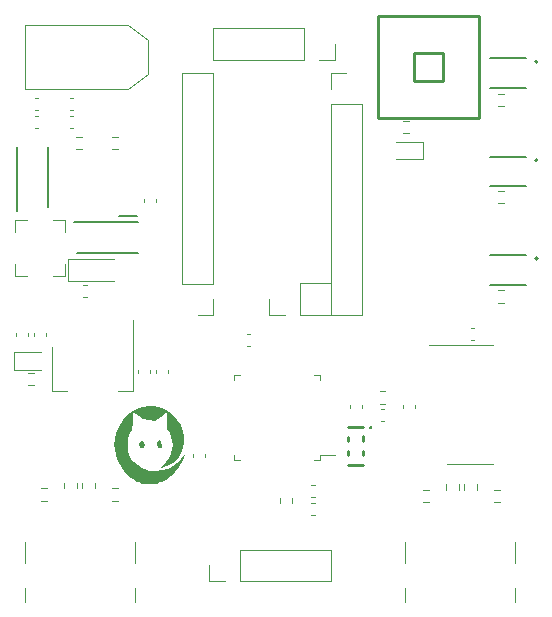
<source format=gbr>
%TF.GenerationSoftware,KiCad,Pcbnew,7.0.5*%
%TF.CreationDate,2023-08-28T18:13:49+08:00*%
%TF.ProjectId,TMC2209_TestBoard,544d4332-3230-4395-9f54-657374426f61,rev?*%
%TF.SameCoordinates,Original*%
%TF.FileFunction,Legend,Top*%
%TF.FilePolarity,Positive*%
%FSLAX46Y46*%
G04 Gerber Fmt 4.6, Leading zero omitted, Abs format (unit mm)*
G04 Created by KiCad (PCBNEW 7.0.5) date 2023-08-28 18:13:49*
%MOMM*%
%LPD*%
G01*
G04 APERTURE LIST*
%ADD10C,0.254000*%
%ADD11C,0.200000*%
%ADD12C,0.120000*%
G04 APERTURE END LIST*
D10*
%TO.C,SW1*%
X109796500Y-39449000D02*
X118396500Y-39449000D01*
X109796500Y-48049000D02*
X109796500Y-39449000D01*
X112896500Y-42549000D02*
X115296500Y-42549000D01*
X112896500Y-44949000D02*
X112896500Y-42549000D01*
X115296500Y-42549000D02*
X115296500Y-44949000D01*
X115296500Y-44949000D02*
X112896500Y-44949000D01*
X118396500Y-39449000D02*
X118396500Y-48049000D01*
X118396500Y-48049000D02*
X109796500Y-48049000D01*
D11*
%TO.C,S3*%
X119340000Y-59670000D02*
X122340000Y-59670000D01*
X119340000Y-62170000D02*
X122340000Y-62170000D01*
X123335000Y-59949000D02*
G75*
G03*
X123335000Y-59949000I-100000J0D01*
G01*
%TO.C,S2*%
X119340000Y-51350000D02*
X122340000Y-51350000D01*
X119340000Y-53850000D02*
X122340000Y-53850000D01*
X123335000Y-51629000D02*
G75*
G03*
X123335000Y-51629000I-100000J0D01*
G01*
%TO.C,S1*%
X119340000Y-43010000D02*
X122340000Y-43010000D01*
X119340000Y-45510000D02*
X122340000Y-45510000D01*
X123335000Y-43289000D02*
G75*
G03*
X123335000Y-43289000I-100000J0D01*
G01*
D10*
%TO.C,R2*%
X107294430Y-74212570D02*
X108594430Y-74212570D01*
X108594430Y-77412570D02*
X107294430Y-77412570D01*
X108594430Y-75005570D02*
X108594430Y-75384570D01*
X108594430Y-76229570D02*
X108594430Y-76608570D01*
X107294430Y-75029570D02*
X107294430Y-75408570D01*
X107294430Y-76229570D02*
X107294430Y-76608570D01*
X109218570Y-74253570D02*
G75*
G03*
X109218570Y-74253570I-46140J0D01*
G01*
D11*
%TO.C,IC1*%
X89457000Y-56315000D02*
X87932000Y-56315000D01*
%TO.C,D3*%
X79270000Y-50530000D02*
X79270000Y-55905000D01*
X81870000Y-55630000D02*
X81870000Y-50530000D01*
%TO.C,D2*%
X89480000Y-56880000D02*
X84105000Y-56880000D01*
X84380000Y-59480000D02*
X89480000Y-59480000D01*
D12*
%TO.C,J6*%
X79930000Y-85750000D02*
X79930000Y-83950000D01*
X79930000Y-87850000D02*
X79930000Y-89000000D01*
X89270000Y-85750000D02*
X89270000Y-83950000D01*
X89270000Y-87850000D02*
X89270000Y-89000000D01*
%TO.C,U1*%
X104880000Y-77050000D02*
X104880000Y-76600000D01*
X104880000Y-76600000D02*
X106170000Y-76600000D01*
X104880000Y-69830000D02*
X104880000Y-70280000D01*
X104430000Y-77050000D02*
X104880000Y-77050000D01*
X104430000Y-69830000D02*
X104880000Y-69830000D01*
X98110000Y-77050000D02*
X97660000Y-77050000D01*
X98110000Y-69830000D02*
X97660000Y-69830000D01*
X97660000Y-77050000D02*
X97660000Y-76600000D01*
X97660000Y-69830000D02*
X97660000Y-70280000D01*
%TO.C,L1*%
X83322000Y-56690000D02*
X82297000Y-56690000D01*
X83322000Y-56690000D02*
X83322000Y-57715000D01*
X79102000Y-56690000D02*
X80127000Y-56690000D01*
X79102000Y-56690000D02*
X79102000Y-57715000D01*
X83322000Y-61460000D02*
X83322000Y-60435000D01*
X83322000Y-61460000D02*
X82297000Y-61460000D01*
X79102000Y-61460000D02*
X79102000Y-60435000D01*
X79102000Y-61460000D02*
X80127000Y-61460000D01*
%TO.C,R6*%
X120482258Y-55272500D02*
X120007742Y-55272500D01*
X120482258Y-54227500D02*
X120007742Y-54227500D01*
%TO.C,C11*%
X81055580Y-47410000D02*
X80774420Y-47410000D01*
X81055580Y-46390000D02*
X80774420Y-46390000D01*
%TO.C,C12*%
X83565000Y-59955000D02*
X83565000Y-61825000D01*
X83565000Y-61825000D02*
X87475000Y-61825000D01*
X87475000Y-59955000D02*
X83565000Y-59955000D01*
%TO.C,C9*%
X89980000Y-55155580D02*
X89980000Y-54874420D01*
X91000000Y-55155580D02*
X91000000Y-54874420D01*
%TO.C,J4*%
X95555000Y-87270000D02*
X95555000Y-85940000D01*
X96885000Y-87270000D02*
X95555000Y-87270000D01*
X98155000Y-87270000D02*
X105835000Y-87270000D01*
X98155000Y-87270000D02*
X98155000Y-84610000D01*
X105835000Y-87270000D02*
X105835000Y-84610000D01*
X98155000Y-84610000D02*
X105835000Y-84610000D01*
%TO.C,D4*%
X78997500Y-67905000D02*
X78997500Y-69375000D01*
X78997500Y-69375000D02*
X81282500Y-69375000D01*
X81282500Y-67905000D02*
X78997500Y-67905000D01*
%TO.C,R11*%
X120152258Y-80587500D02*
X119677742Y-80587500D01*
X120152258Y-79542500D02*
X119677742Y-79542500D01*
%TO.C,C13*%
X83764420Y-46390000D02*
X84045580Y-46390000D01*
X83764420Y-47410000D02*
X84045580Y-47410000D01*
%TO.C,R9*%
X84292742Y-49627500D02*
X84767258Y-49627500D01*
X84292742Y-50672500D02*
X84767258Y-50672500D01*
%TO.C,R12*%
X116672500Y-79077742D02*
X116672500Y-79552258D01*
X115627500Y-79077742D02*
X115627500Y-79552258D01*
%TO.C,J8*%
X103580000Y-40460000D02*
X95900000Y-40460000D01*
X103580000Y-40460000D02*
X103580000Y-43120000D01*
X95900000Y-40460000D02*
X95900000Y-43120000D01*
X106180000Y-41790000D02*
X106180000Y-43120000D01*
X106180000Y-43120000D02*
X104850000Y-43120000D01*
X103580000Y-43120000D02*
X95900000Y-43120000D01*
%TO.C,C16*%
X80230000Y-66229420D02*
X80230000Y-66510580D01*
X79210000Y-66229420D02*
X79210000Y-66510580D01*
%TO.C,R3*%
X101517500Y-80662258D02*
X101517500Y-80187742D01*
X102562500Y-80662258D02*
X102562500Y-80187742D01*
%TO.C,C17*%
X81740000Y-66229420D02*
X81740000Y-66510580D01*
X80720000Y-66229420D02*
X80720000Y-66510580D01*
%TO.C,R1*%
X110442258Y-72242500D02*
X109967742Y-72242500D01*
X110442258Y-71197500D02*
X109967742Y-71197500D01*
%TO.C,R15*%
X81312742Y-79397500D02*
X81787258Y-79397500D01*
X81312742Y-80442500D02*
X81787258Y-80442500D01*
%TO.C,D1*%
X113665000Y-51555000D02*
X113665000Y-50085000D01*
X113665000Y-50085000D02*
X111380000Y-50085000D01*
X111380000Y-51555000D02*
X113665000Y-51555000D01*
%TO.C,R14*%
X80707258Y-70672500D02*
X80232742Y-70672500D01*
X80707258Y-69627500D02*
X80232742Y-69627500D01*
%TO.C,C4*%
X110064420Y-72710000D02*
X110345580Y-72710000D01*
X110064420Y-73730000D02*
X110345580Y-73730000D01*
%TO.C,J3*%
X100630000Y-64710000D02*
X100630000Y-63380000D01*
X101960000Y-64710000D02*
X100630000Y-64710000D01*
X103230000Y-64710000D02*
X105830000Y-64710000D01*
X103230000Y-64710000D02*
X103230000Y-62050000D01*
X105830000Y-64710000D02*
X105830000Y-62050000D01*
X103230000Y-62050000D02*
X105830000Y-62050000D01*
%TO.C,J5*%
X112100000Y-85750000D02*
X112100000Y-83950000D01*
X112100000Y-87850000D02*
X112100000Y-89000000D01*
X121440000Y-85750000D02*
X121440000Y-83950000D01*
X121440000Y-87850000D02*
X121440000Y-89000000D01*
%TO.C,C3*%
X108460000Y-72329420D02*
X108460000Y-72610580D01*
X107440000Y-72329420D02*
X107440000Y-72610580D01*
%TO.C,C18*%
X91060000Y-69650580D02*
X91060000Y-69369420D01*
X92080000Y-69650580D02*
X92080000Y-69369420D01*
%TO.C,J1*%
X95885000Y-64710000D02*
X94555000Y-64710000D01*
X95885000Y-63380000D02*
X95885000Y-64710000D01*
X95885000Y-62110000D02*
X95885000Y-44270000D01*
X95885000Y-62110000D02*
X93225000Y-62110000D01*
X95885000Y-44270000D02*
X93225000Y-44270000D01*
X93225000Y-62110000D02*
X93225000Y-44270000D01*
%TO.C,C8*%
X117955580Y-66880000D02*
X117674420Y-66880000D01*
X117955580Y-65860000D02*
X117674420Y-65860000D01*
%TO.C,J2*%
X105815000Y-44270000D02*
X107145000Y-44270000D01*
X105815000Y-45600000D02*
X105815000Y-44270000D01*
X105815000Y-46870000D02*
X105815000Y-64710000D01*
X105815000Y-46870000D02*
X108475000Y-46870000D01*
X105815000Y-64710000D02*
X108475000Y-64710000D01*
X108475000Y-46870000D02*
X108475000Y-64710000D01*
%TO.C,R5*%
X120482258Y-47062500D02*
X120007742Y-47062500D01*
X120482258Y-46017500D02*
X120007742Y-46017500D01*
%TO.C,C1*%
X94150000Y-76790580D02*
X94150000Y-76509420D01*
X95170000Y-76790580D02*
X95170000Y-76509420D01*
%TO.C,R16*%
X87792258Y-80442500D02*
X87317742Y-80442500D01*
X87792258Y-79397500D02*
X87317742Y-79397500D01*
%TO.C,G\u002A\u002A\u002A*%
G36*
X89955308Y-75401557D02*
G01*
X90033672Y-75521737D01*
X90062598Y-75700488D01*
X90036394Y-75878503D01*
X90006967Y-75939733D01*
X89907362Y-76014597D01*
X89787301Y-76010054D01*
X89687742Y-75932874D01*
X89662715Y-75882836D01*
X89634561Y-75686044D01*
X89675186Y-75514056D01*
X89765445Y-75398365D01*
X89886190Y-75370466D01*
X89955308Y-75401557D01*
G37*
G36*
X91421310Y-75395010D02*
G01*
X91495698Y-75514654D01*
X91541417Y-75712596D01*
X91516340Y-75885052D01*
X91430749Y-75997187D01*
X91346143Y-76021230D01*
X91235867Y-75993920D01*
X91169116Y-75939733D01*
X91118556Y-75779930D01*
X91131674Y-75598092D01*
X91195653Y-75439432D01*
X91297677Y-75349164D01*
X91338525Y-75342086D01*
X91421310Y-75395010D01*
G37*
G36*
X90837974Y-72451243D02*
G01*
X91191287Y-72529026D01*
X91548838Y-72645907D01*
X91877516Y-72791447D01*
X92092451Y-72918086D01*
X92484683Y-73240465D01*
X92826739Y-73631394D01*
X93106869Y-74074701D01*
X93313321Y-74554212D01*
X93338769Y-74633337D01*
X93417684Y-74948673D01*
X93443123Y-75235158D01*
X93413807Y-75533001D01*
X93328456Y-75882406D01*
X93295572Y-75991012D01*
X93149160Y-76386518D01*
X92971516Y-76718338D01*
X92752191Y-76996559D01*
X92480733Y-77231268D01*
X92146694Y-77432552D01*
X91739623Y-77610498D01*
X91545494Y-77680315D01*
X91451004Y-77694750D01*
X91429297Y-77656448D01*
X91476177Y-77578592D01*
X91587451Y-77474367D01*
X91618672Y-77450315D01*
X91891697Y-77190913D01*
X92121040Y-76863073D01*
X92295540Y-76490015D01*
X92404037Y-76094962D01*
X92436055Y-75749573D01*
X92403590Y-75420732D01*
X92316270Y-75062826D01*
X92189203Y-74729240D01*
X92100228Y-74563061D01*
X92042712Y-74461632D01*
X92004684Y-74357613D01*
X91980772Y-74218474D01*
X91965607Y-74011682D01*
X91953815Y-73704706D01*
X91952686Y-73669516D01*
X91930676Y-72977722D01*
X91418856Y-73336682D01*
X90907037Y-73695641D01*
X90472409Y-73645131D01*
X90263394Y-73614941D01*
X90092036Y-73571474D01*
X89927343Y-73502350D01*
X89738323Y-73395188D01*
X89558055Y-73279851D01*
X89369961Y-73157241D01*
X89213764Y-73056954D01*
X89105884Y-72989423D01*
X89062821Y-72965081D01*
X89056549Y-73028392D01*
X89051493Y-73199919D01*
X89048236Y-73452055D01*
X89047314Y-73701614D01*
X89045709Y-74032592D01*
X89038877Y-74256081D01*
X89023790Y-74400377D01*
X88997424Y-74493776D01*
X88956751Y-74564575D01*
X88954710Y-74567440D01*
X88788295Y-74884227D01*
X88674122Y-75276240D01*
X88620128Y-75701330D01*
X88634251Y-76117343D01*
X88646972Y-76201666D01*
X88751082Y-76551628D01*
X88933163Y-76887332D01*
X89183165Y-77197449D01*
X89491038Y-77470648D01*
X89846731Y-77695600D01*
X90060647Y-77795287D01*
X90248367Y-77864308D01*
X90427998Y-77909384D01*
X90626754Y-77934721D01*
X90871850Y-77944526D01*
X91028250Y-77944875D01*
X91563968Y-77900398D01*
X92038969Y-77770478D01*
X92463478Y-77550099D01*
X92847724Y-77234250D01*
X93128314Y-76915498D01*
X93258080Y-76752350D01*
X93360997Y-76629570D01*
X93419431Y-76567986D01*
X93425455Y-76564546D01*
X93447736Y-76615090D01*
X93443364Y-76713524D01*
X93416378Y-76779608D01*
X93376993Y-76843530D01*
X93304702Y-76990141D01*
X93214758Y-77188420D01*
X93209867Y-77199602D01*
X92970063Y-77642611D01*
X92660488Y-78047864D01*
X92298403Y-78398145D01*
X91901066Y-78676238D01*
X91570757Y-78834655D01*
X91396317Y-78903026D01*
X91236941Y-78968538D01*
X91135176Y-79013341D01*
X91028516Y-79040558D01*
X90859000Y-79058584D01*
X90650562Y-79067554D01*
X90427139Y-79067604D01*
X90212666Y-79058868D01*
X90031079Y-79041483D01*
X89906314Y-79015584D01*
X89883709Y-79006259D01*
X89785658Y-78961457D01*
X89634807Y-78898684D01*
X89465511Y-78832186D01*
X89051315Y-78623504D01*
X88668817Y-78331858D01*
X88326439Y-77970518D01*
X88032604Y-77552755D01*
X87795733Y-77091840D01*
X87624248Y-76601044D01*
X87526571Y-76093637D01*
X87506608Y-75745471D01*
X87549052Y-75235939D01*
X87671153Y-74728482D01*
X87864977Y-74238885D01*
X88122589Y-73782933D01*
X88436055Y-73376409D01*
X88797439Y-73035097D01*
X88912454Y-72948881D01*
X89217567Y-72769622D01*
X89576355Y-72616870D01*
X89955027Y-72501667D01*
X90319789Y-72435054D01*
X90522010Y-72422996D01*
X90837974Y-72451243D01*
G37*
%TO.C,R17*%
X84322500Y-78932742D02*
X84322500Y-79407258D01*
X83277500Y-78932742D02*
X83277500Y-79407258D01*
%TO.C,R4*%
X112457258Y-49352500D02*
X111982742Y-49352500D01*
X112457258Y-48307500D02*
X111982742Y-48307500D01*
%TO.C,C7*%
X111950000Y-72610580D02*
X111950000Y-72329420D01*
X112970000Y-72610580D02*
X112970000Y-72329420D01*
%TO.C,C6*%
X104470580Y-81700000D02*
X104189420Y-81700000D01*
X104470580Y-80680000D02*
X104189420Y-80680000D01*
%TO.C,U2*%
X117610000Y-67250000D02*
X114160000Y-67250000D01*
X117610000Y-67250000D02*
X119560000Y-67250000D01*
X117610000Y-77370000D02*
X115660000Y-77370000D01*
X117610000Y-77370000D02*
X119560000Y-77370000D01*
%TO.C,C2*%
X104470580Y-80170000D02*
X104189420Y-80170000D01*
X104470580Y-79150000D02*
X104189420Y-79150000D01*
%TO.C,C15*%
X81055580Y-48907500D02*
X80774420Y-48907500D01*
X81055580Y-47887500D02*
X80774420Y-47887500D01*
%TO.C,R18*%
X85832500Y-78932742D02*
X85832500Y-79407258D01*
X84787500Y-78932742D02*
X84787500Y-79407258D01*
%TO.C,R7*%
X120482258Y-63682500D02*
X120007742Y-63682500D01*
X120482258Y-62637500D02*
X120007742Y-62637500D01*
%TO.C,C10*%
X84869420Y-62230000D02*
X85150580Y-62230000D01*
X84869420Y-63250000D02*
X85150580Y-63250000D01*
%TO.C,U3*%
X89070000Y-65190000D02*
X89070000Y-71200000D01*
X82250000Y-67440000D02*
X82250000Y-71200000D01*
X89070000Y-71200000D02*
X87810000Y-71200000D01*
X82250000Y-71200000D02*
X83510000Y-71200000D01*
%TO.C,J7*%
X90350000Y-44290000D02*
X90350000Y-41470000D01*
X90350000Y-44290000D02*
X88650000Y-45590000D01*
X90350000Y-41470000D02*
X88650000Y-40170000D01*
X88650000Y-45590000D02*
X79930000Y-45590000D01*
X88650000Y-40170000D02*
X79930000Y-40170000D01*
X79930000Y-45590000D02*
X79930000Y-40170000D01*
%TO.C,C5*%
X98719420Y-66350000D02*
X99000580Y-66350000D01*
X98719420Y-67370000D02*
X99000580Y-67370000D01*
%TO.C,C14*%
X83764420Y-47887500D02*
X84045580Y-47887500D01*
X83764420Y-48907500D02*
X84045580Y-48907500D01*
%TO.C,C19*%
X89540000Y-69650580D02*
X89540000Y-69369420D01*
X90560000Y-69650580D02*
X90560000Y-69369420D01*
%TO.C,R8*%
X87307742Y-49627500D02*
X87782258Y-49627500D01*
X87307742Y-50672500D02*
X87782258Y-50672500D01*
%TO.C,R13*%
X118182500Y-79077742D02*
X118182500Y-79552258D01*
X117137500Y-79077742D02*
X117137500Y-79552258D01*
%TO.C,R10*%
X113652742Y-79542500D02*
X114127258Y-79542500D01*
X113652742Y-80587500D02*
X114127258Y-80587500D01*
%TD*%
M02*

</source>
